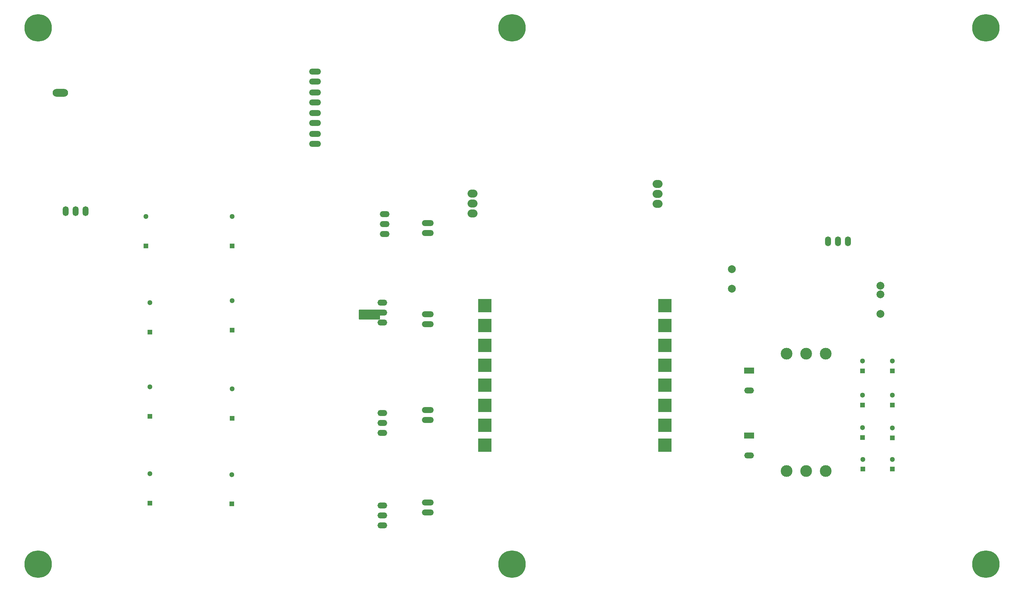
<source format=gbs>
G04 #@! TF.FileFunction,Soldermask,Bot*
%FSLAX46Y46*%
G04 Gerber Fmt 4.6, Leading zero omitted, Abs format (unit mm)*
G04 Created by KiCad (PCBNEW 4.0.3+e1-6302~38~ubuntu16.04.1-stable) date Tue Aug 30 03:26:48 2016*
%MOMM*%
%LPD*%
G01*
G04 APERTURE LIST*
%ADD10C,0.100000*%
%ADD11R,3.500000X3.500000*%
%ADD12C,2.000000*%
%ADD13C,1.300000*%
%ADD14R,1.300000X1.300000*%
%ADD15C,3.000000*%
%ADD16O,3.962400X1.981200*%
%ADD17O,2.540000X2.032000*%
%ADD18O,3.014980X1.506220*%
%ADD19O,2.499360X1.501140*%
%ADD20R,2.499360X1.501140*%
%ADD21O,1.501140X2.499360*%
%ADD22C,7.000000*%
%ADD23C,0.254000*%
G04 APERTURE END LIST*
D10*
D11*
X138065504Y-94908642D03*
X138065504Y-100008642D03*
X138065504Y-105108642D03*
X138065504Y-110208642D03*
X138065504Y-115308642D03*
X138065504Y-120408642D03*
X138065504Y-125508642D03*
X138065504Y-130608642D03*
X184065504Y-130608642D03*
X184065504Y-125508642D03*
X184065504Y-120408642D03*
X184065504Y-115308642D03*
X184065504Y-110208642D03*
X184065504Y-105108642D03*
X184065504Y-100008642D03*
X184065504Y-94908642D03*
D12*
X239073504Y-97106642D03*
X239073504Y-92106642D03*
X239073504Y-89906642D03*
X201173504Y-90656642D03*
X201173504Y-85656642D03*
D13*
X234473504Y-126106642D03*
D14*
X234473504Y-128606642D03*
D13*
X234473504Y-109106642D03*
D14*
X234473504Y-111606642D03*
D13*
X234473504Y-117806642D03*
D14*
X234473504Y-120306642D03*
D13*
X234573504Y-134206642D03*
D14*
X234573504Y-136706642D03*
D13*
X242073504Y-126206642D03*
D14*
X242073504Y-128706642D03*
D13*
X242073504Y-134206642D03*
D14*
X242073504Y-136706642D03*
D13*
X242073504Y-117806642D03*
D14*
X242073504Y-120306642D03*
D13*
X242073504Y-109106642D03*
D14*
X242073504Y-111606642D03*
D15*
X220073504Y-107206642D03*
X220073504Y-137206642D03*
X215073504Y-137206642D03*
X215073504Y-107206642D03*
X225073504Y-107206642D03*
X225073504Y-137206642D03*
D16*
X29665504Y-40608642D03*
D17*
X134965504Y-68908642D03*
X134965504Y-66368642D03*
X134965504Y-71448642D03*
X182165504Y-66408642D03*
X182165504Y-68948642D03*
X182165504Y-63868642D03*
D14*
X73565504Y-123708642D03*
D13*
X73565504Y-116208642D03*
D14*
X52565504Y-101708642D03*
D13*
X52565504Y-94208642D03*
D14*
X52565504Y-145408642D03*
D13*
X52565504Y-137908642D03*
D14*
X73565504Y-101208642D03*
D13*
X73565504Y-93708642D03*
D14*
X52565504Y-123208642D03*
D13*
X52565504Y-115708642D03*
D14*
X73465504Y-145608642D03*
D13*
X73465504Y-138108642D03*
D14*
X73565504Y-79708642D03*
D13*
X73565504Y-72208642D03*
D14*
X51565504Y-79708642D03*
D13*
X51565504Y-72208642D03*
D18*
X123465504Y-124178642D03*
X123465504Y-121638642D03*
X123465504Y-147778642D03*
X123465504Y-145238642D03*
X94736558Y-37725974D03*
X94736558Y-35185974D03*
X123465504Y-76378642D03*
X123465504Y-73838642D03*
X123465504Y-99678642D03*
X123465504Y-97138642D03*
X94736558Y-43025974D03*
X94736558Y-40485974D03*
X94736558Y-48325974D03*
X94736558Y-45785974D03*
X94736558Y-53625974D03*
X94736558Y-51085974D03*
D19*
X111865504Y-124908642D03*
X111865504Y-122368642D03*
X111865504Y-127448642D03*
X111929504Y-148508642D03*
X111929504Y-145968642D03*
X111929504Y-151048642D03*
X111865504Y-96721954D03*
X111865504Y-94181954D03*
X111865504Y-99261954D03*
X112465504Y-74115544D03*
X112465504Y-71575544D03*
X112465504Y-76655544D03*
D20*
X205573504Y-128106642D03*
D19*
X205573504Y-133186642D03*
D20*
X205573504Y-111526642D03*
D19*
X205573504Y-116606642D03*
D21*
X228233504Y-78506642D03*
X225693504Y-78506642D03*
X230773504Y-78506642D03*
X33565504Y-70844642D03*
X31025504Y-70844642D03*
X36105504Y-70844642D03*
D22*
X24000000Y-161000000D03*
X24000000Y-24000000D03*
X266000000Y-161000000D03*
X266000000Y-24000000D03*
X145000000Y-24000000D03*
X145000000Y-161000000D03*
D23*
G36*
X111173000Y-98373000D02*
X105927000Y-98373000D01*
X105927000Y-96027000D01*
X111173000Y-96027000D01*
X111173000Y-98373000D01*
X111173000Y-98373000D01*
G37*
X111173000Y-98373000D02*
X105927000Y-98373000D01*
X105927000Y-96027000D01*
X111173000Y-96027000D01*
X111173000Y-98373000D01*
M02*

</source>
